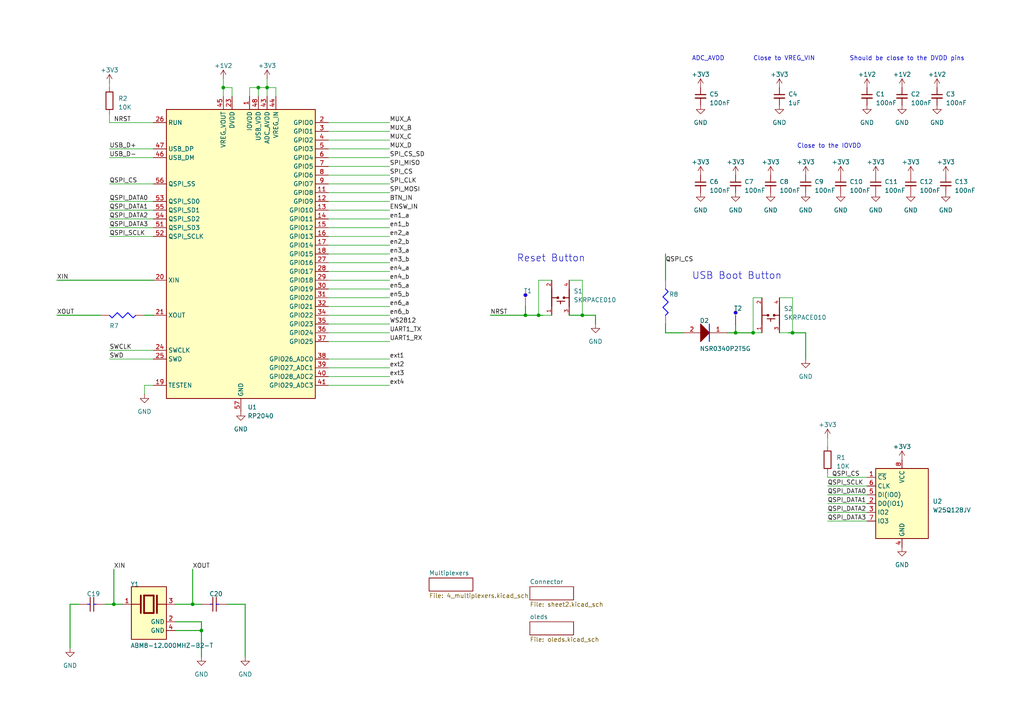
<source format=kicad_sch>
(kicad_sch (version 20230121) (generator eeschema)
  (paper "A4")
  (lib_symbols
    (symbol "Device:C_Small" (pin_numbers hide) (pin_names (offset 0.254) hide)
      (property "Reference" "C" (at 0.254 1.778 0))
      (property "Value" "C_Small" (at 0.254 -2.032 0))
      (symbol "C_Small_0_1"
        (polyline (pts (xy -1.524 -0.508) (xy 1.524 -0.508)) (stroke (width 0.3302)))
        (polyline (pts (xy -1.524 0.508) (xy 1.524 0.508)) (stroke (width 0.3048)))
      )
      (symbol "C_Small_1_1"
        (pin passive line (at 0 2.54 270) (length 2.032) (name "~") (number "1"))
        (pin passive line (at 0 -2.54 90) (length 2.032) (name "~") (number "2"))
      )
    )
    (symbol "Device:R" (pin_numbers hide) (pin_names (offset 0))
      (property "Reference" "R" (at 2.032 0 90))
      (property "Value" "R" (at 0 0 90))
      (symbol "R_0_1"
        (rectangle (start -1.016 -2.54) (end 1.016 2.54) (stroke (width 0.254)))
      )
      (symbol "R_1_1"
        (pin passive line (at 0 3.81 270) (length 1.27) (name "~") (number "1"))
        (pin passive line (at 0 -3.81 90) (length 1.27) (name "~") (number "2"))
      )
    )
    (symbol "MCU_RaspberryPi:RP2040"
      (property "Reference" "U" (at 17.78 45.72 0))
      (property "Value" "RP2040" (at 17.78 43.18 0))
      (symbol "RP2040_0_1"
        (rectangle (start -21.59 41.91) (end 21.59 -41.91) (stroke (width 0.254)) (fill (type background)))
      )
      (symbol "RP2040_1_1"
        (pin power_in line (at 2.54 45.72 270) (length 3.81) (name "IOVDD") (number "1"))
        (pin passive line (at 2.54 45.72 270) (length 3.81) hide (name "IOVDD") (number "10"))
        (pin bidirectional line (at 25.4 17.78 180) (length 3.81) (name "GPIO8") (number "11"))
        (pin bidirectional line (at 25.4 15.24 180) (length 3.81) (name "GPIO9") (number "12"))
        (pin bidirectional line (at 25.4 12.7 180) (length 3.81) (name "GPIO10") (number "13"))
        (pin bidirectional line (at 25.4 10.16 180) (length 3.81) (name "GPIO11") (number "14"))
        (pin bidirectional line (at 25.4 7.62 180) (length 3.81) (name "GPIO12") (number "15"))
        (pin bidirectional line (at 25.4 5.08 180) (length 3.81) (name "GPIO13") (number "16"))
        (pin bidirectional line (at 25.4 2.54 180) (length 3.81) (name "GPIO14") (number "17"))
        (pin bidirectional line (at 25.4 0 180) (length 3.81) (name "GPIO15") (number "18"))
        (pin input line (at -25.4 -38.1 0) (length 3.81) (name "TESTEN") (number "19"))
        (pin bidirectional line (at 25.4 38.1 180) (length 3.81) (name "GPIO0") (number "2"))
        (pin input line (at -25.4 -7.62 0) (length 3.81) (name "XIN") (number "20"))
        (pin passive line (at -25.4 -17.78 0) (length 3.81) (name "XOUT") (number "21"))
        (pin passive line (at 2.54 45.72 270) (length 3.81) hide (name "IOVDD") (number "22"))
        (pin power_in line (at -2.54 45.72 270) (length 3.81) (name "DVDD") (number "23"))
        (pin input line (at -25.4 -27.94 0) (length 3.81) (name "SWCLK") (number "24"))
        (pin bidirectional line (at -25.4 -30.48 0) (length 3.81) (name "SWD") (number "25"))
        (pin input line (at -25.4 38.1 0) (length 3.81) (name "RUN") (number "26"))
        (pin bidirectional line (at 25.4 -2.54 180) (length 3.81) (name "GPIO16") (number "27"))
        (pin bidirectional line (at 25.4 -5.08 180) (length 3.81) (name "GPIO17") (number "28"))
        (pin bidirectional line (at 25.4 -7.62 180) (length 3.81) (name "GPIO18") (number "29"))
        (pin bidirectional line (at 25.4 35.56 180) (length 3.81) (name "GPIO1") (number "3"))
        (pin bidirectional line (at 25.4 -10.16 180) (length 3.81) (name "GPIO19") (number "30"))
        (pin bidirectional line (at 25.4 -12.7 180) (length 3.81) (name "GPIO20") (number "31"))
        (pin bidirectional line (at 25.4 -15.24 180) (length 3.81) (name "GPIO21") (number "32"))
        (pin passive line (at 2.54 45.72 270) (length 3.81) hide (name "IOVDD") (number "33"))
        (pin bidirectional line (at 25.4 -17.78 180) (length 3.81) (name "GPIO22") (number "34"))
        (pin bidirectional line (at 25.4 -20.32 180) (length 3.81) (name "GPIO23") (number "35"))
        (pin bidirectional line (at 25.4 -22.86 180) (length 3.81) (name "GPIO24") (number "36"))
        (pin bidirectional line (at 25.4 -25.4 180) (length 3.81) (name "GPIO25") (number "37"))
        (pin bidirectional line (at 25.4 -30.48 180) (length 3.81) (name "GPIO26_ADC0") (number "38"))
        (pin bidirectional line (at 25.4 -33.02 180) (length 3.81) (name "GPIO27_ADC1") (number "39"))
        (pin bidirectional line (at 25.4 33.02 180) (length 3.81) (name "GPIO2") (number "4"))
        (pin bidirectional line (at 25.4 -35.56 180) (length 3.81) (name "GPIO28_ADC2") (number "40"))
        (pin bidirectional line (at 25.4 -38.1 180) (length 3.81) (name "GPIO29_ADC3") (number "41"))
        (pin passive line (at 2.54 45.72 270) (length 3.81) hide (name "IOVDD") (number "42"))
        (pin power_in line (at 7.62 45.72 270) (length 3.81) (name "ADC_AVDD") (number "43"))
        (pin power_in line (at 10.16 45.72 270) (length 3.81) (name "VREG_IN") (number "44"))
        (pin power_out line (at -5.08 45.72 270) (length 3.81) (name "VREG_VOUT") (number "45"))
        (pin bidirectional line (at -25.4 27.94 0) (length 3.81) (name "USB_DM") (number "46"))
        (pin bidirectional line (at -25.4 30.48 0) (length 3.81) (name "USB_DP") (number "47"))
        (pin power_in line (at 5.08 45.72 270) (length 3.81) (name "USB_VDD") (number "48"))
        (pin passive line (at 2.54 45.72 270) (length 3.81) hide (name "IOVDD") (number "49"))
        (pin bidirectional line (at 25.4 30.48 180) (length 3.81) (name "GPIO3") (number "5"))
        (pin passive line (at -2.54 45.72 270) (length 3.81) hide (name "DVDD") (number "50"))
        (pin bidirectional line (at -25.4 7.62 0) (length 3.81) (name "QSPI_SD3") (number "51"))
        (pin output line (at -25.4 5.08 0) (length 3.81) (name "QSPI_SCLK") (number "52"))
        (pin bidirectional line (at -25.4 15.24 0) (length 3.81) (name "QSPI_SD0") (number "53"))
        (pin bidirectional line (at -25.4 10.16 0) (length 3.81) (name "QSPI_SD2") (number "54"))
        (pin bidirectional line (at -25.4 12.7 0) (length 3.81) (name "QSPI_SD1") (number "55"))
        (pin bidirectional line (at -25.4 20.32 0) (length 3.81) (name "QSPI_SS") (number "56"))
        (pin power_in line (at 0 -45.72 90) (length 3.81) (name "GND") (number "57"))
        (pin bidirectional line (at 25.4 27.94 180) (length 3.81) (name "GPIO4") (number "6"))
        (pin bidirectional line (at 25.4 25.4 180) (length 3.81) (name "GPIO5") (number "7"))
        (pin bidirectional line (at 25.4 22.86 180) (length 3.81) (name "GPIO6") (number "8"))
        (pin bidirectional line (at 25.4 20.32 180) (length 3.81) (name "GPIO7") (number "9"))
      )
    )
    (symbol "Memory_Flash:W25Q32JVSS"
      (property "Reference" "U" (at -6.35 11.43 0))
      (property "Value" "W25Q32JVSS" (at 7.62 11.43 0))
      (symbol "W25Q32JVSS_0_1"
        (rectangle (start -7.62 10.16) (end 7.62 -10.16) (stroke (width 0.254)) (fill (type background)))
      )
      (symbol "W25Q32JVSS_1_1"
        (pin input line (at -10.16 7.62 0) (length 2.54) (name "~{CS}") (number "1"))
        (pin bidirectional line (at -10.16 0 0) (length 2.54) (name "DO(IO1)") (number "2"))
        (pin bidirectional line (at -10.16 -2.54 0) (length 2.54) (name "IO2") (number "3"))
        (pin power_in line (at 0 -12.7 90) (length 2.54) (name "GND") (number "4"))
        (pin bidirectional line (at -10.16 2.54 0) (length 2.54) (name "DI(IO0)") (number "5"))
        (pin input line (at -10.16 5.08 0) (length 2.54) (name "CLK") (number "6"))
        (pin bidirectional line (at -10.16 -5.08 0) (length 2.54) (name "IO3") (number "7"))
        (pin power_in line (at 0 12.7 270) (length 2.54) (name "VCC") (number "8"))
      )
    )
    (symbol "SKRPACE010:SKRPACE010" (pin_names (offset 1.016))
      (property "Reference" "S" (at -2.5431 5.0863 0))
      (property "Value" "SKRPACE010" (at -2.5442 -5.0884 0))
      (property "LCSC" "C139797" (at 0 0 0))
      (symbol "SKRPACE010_0_0"
        (circle (center 0 -1.016) (radius 0.254) (stroke (width 0.254)))
        (polyline (pts (xy -5.08 2.54) (xy 5.08 2.54)) (stroke (width 0.254)))
        (polyline (pts (xy -2.54 -2.54) (xy 0 -2.54)) (stroke (width 0.254)))
        (polyline (pts (xy -2.54 2.54) (xy 0 2.54)) (stroke (width 0.254)))
        (polyline (pts (xy -1.016 0) (xy -1.778 0)) (stroke (width 0.254)))
        (polyline (pts (xy -1.016 0) (xy -1.016 -1.27)) (stroke (width 0.254)))
        (polyline (pts (xy -1.016 1.016) (xy -1.016 0)) (stroke (width 0.254)))
        (polyline (pts (xy 0 -2.54) (xy 2.54 -2.54)) (stroke (width 0.254)))
        (polyline (pts (xy 0 -1.016) (xy 0 -2.54)) (stroke (width 0.254)))
        (polyline (pts (xy 0 0.762) (xy 0 2.54)) (stroke (width 0.254)))
        (polyline (pts (xy 0 2.54) (xy 2.54 2.54)) (stroke (width 0.254)))
        (polyline (pts (xy 5.08 -2.54) (xy -5.08 -2.54)) (stroke (width 0.254)))
        (circle (center 0 0.762) (radius 0.254) (stroke (width 0.254)))
        (pin bidirectional line (at -5.08 2.54 0) (length 2.54) (name "~") (number "1"))
        (pin bidirectional line (at 5.08 2.54 180) (length 2.54) (name "~") (number "2"))
        (pin bidirectional line (at -5.08 -2.54 0) (length 2.54) (name "~") (number "3"))
        (pin bidirectional line (at 5.08 -2.54 180) (length 2.54) (name "~") (number "4"))
      )
    )
    (symbol "Sara-Export-altium-import:root_0_ABM8-12.000MHZ-B2-T"
      (symbol "root_0_ABM8-12.000MHZ-B2-T_1_0"
        (polyline (pts (xy -5.08 0) (xy -2.54 0)) (stroke (width 0.254)))
        (polyline (pts (xy -2.337 2.54) (xy -2.337 -2.54)) (stroke (width 0.508)))
        (polyline (pts (xy -1.397 2.54) (xy -1.397 -2.54)) (stroke (width 0.508)))
        (polyline (pts (xy -1.397 2.54) (xy 1.397 2.54)) (stroke (width 0.508)))
        (polyline (pts (xy 1.397 -2.54) (xy -1.397 -2.54)) (stroke (width 0.508)))
        (polyline (pts (xy 1.397 2.54) (xy 1.397 -2.54)) (stroke (width 0.508)))
        (polyline (pts (xy 2.337 2.54) (xy 2.337 -2.54)) (stroke (width 0.508)))
        (polyline (pts (xy 2.54 0) (xy 5.08 0)) (stroke (width 0.254)))
        (rectangle (start 5.08 5.08) (end -5.08 -10.16) (stroke (width 0.254)) (fill (type background)))
        (pin passive line (at -7.62 0 0) (length 2.54) (name "1") (number "1"))
        (pin power_in line (at 7.62 -5.08 180) (length 2.54) (name "GND") (number "2"))
        (pin passive line (at 7.62 0 180) (length 2.54) (name "2") (number "3"))
        (pin power_in line (at 7.62 -7.62 180) (length 2.54) (name "GND") (number "4"))
      )
    )
    (symbol "Sara-Export-altium-import:root_0_ONSC-D-K1A2-2"
      (symbol "root_0_ONSC-D-K1A2-2_1_0"
        (polyline (pts (xy 2.54 0) (xy 2.54 -5.08)) (stroke (width 0.254) (color 0 0 255 1)))
        (polyline (pts (xy 0 -5.08) (xy 2.54 -2.54) (xy 0 0) (xy 0 -5.08)) (stroke (width 0.254)) (fill (type outline)))
        (pin passive line (at 7.62 -2.54 180) (length 5.08) (name "K") (number "1"))
        (pin passive line (at -5.08 -2.54 0) (length 5.08) (name "A") (number "2"))
      )
    )
    (symbol "Sara-Export-altium-import:root_1_CMP-0484-00002-1"
      (symbol "root_1_CMP-0484-00002-1_1_0"
        (circle (center 0 3.302) (radius 0.508) (stroke (width 0.0001)) (fill (type color) (color 0 0 255 1)))
        (pin input line (at 0 0 90) (length 2.54) (name "1") (number "1"))
      )
    )
    (symbol "Sara-Export-altium-import:root_2_Cap Semi"
      (symbol "root_2_Cap Semi_1_0"
        (polyline (pts (xy -2.54 2.54) (xy -1.778 2.54)) (stroke (width 0.254) (color 0 0 255 1)))
        (polyline (pts (xy -1.778 0.508) (xy -1.778 4.572)) (stroke (width 0.254)))
        (polyline (pts (xy -0.762 4.572) (xy -0.762 0.508)) (stroke (width 0.254)))
        (polyline (pts (xy 0 2.54) (xy -0.762 2.54)) (stroke (width 0.254) (color 0 0 255 1)))
        (pin passive line (at 2.54 2.54 180) (length 2.54) (name "1") (number "1"))
        (pin passive line (at -5.08 2.54 0) (length 2.54) (name "2") (number "2"))
      )
    )
    (symbol "Sara-Export-altium-import:root_2_Res3"
      (symbol "root_2_Res3_1_0"
        (polyline (pts (xy -7.62 2.54) (xy -6.858 1.778) (xy -5.334 3.302) (xy -3.81 1.778) (xy -2.286 3.302) (xy -0.762 1.778) (xy 0 2.54)) (stroke (width 0.254) (color 0 0 255 1)))
        (pin passive line (at 2.54 2.54 180) (length 2.54) (name "1") (number "1"))
        (pin passive line (at -10.16 2.54 0) (length 2.54) (name "2") (number "2"))
      )
    )
    (symbol "Sara-Export-altium-import:root_3_Res3"
      (symbol "root_3_Res3_1_0"
        (polyline (pts (xy -2.54 -7.62) (xy -1.778 -6.858) (xy -3.302 -5.334) (xy -1.778 -3.81) (xy -3.302 -2.286) (xy -1.778 -0.762) (xy -2.54 0)) (stroke (width 0.254) (color 0 0 255 1)))
        (pin passive line (at -2.54 2.54 270) (length 2.54) (name "1") (number "1"))
        (pin passive line (at -2.54 -10.16 90) (length 2.54) (name "2") (number "2"))
      )
    )
    (symbol "power:+1V2" (power) (pin_names (offset 0))
      (property "Value" "+1V2" (at 0 3.556 0))
      (symbol "+1V2_0_1"
        (polyline (pts (xy -0.762 1.27) (xy 0 2.54)))
        (polyline (pts (xy 0 0) (xy 0 2.54)))
        (polyline (pts (xy 0 2.54) (xy 0.762 1.27)))
      )
      (symbol "+1V2_1_1"
        (pin power_in line (at 0 0 90) (length 0) hide (name "+1V2") (number "1"))
      )
    )
    (symbol "power:+3V3" (power) (pin_names (offset 0))
      (property "Value" "+3V3" (at 0 3.556 0))
      (symbol "+3V3_0_1"
        (polyline (pts (xy -0.762 1.27) (xy 0 2.54)))
        (polyline (pts (xy 0 0) (xy 0 2.54)))
        (polyline (pts (xy 0 2.54) (xy 0.762 1.27)))
      )
      (symbol "+3V3_1_1"
        (pin power_in line (at 0 0 90) (length 0) hide (name "+3V3") (number "1"))
      )
    )
    (symbol "power:GND" (power) (pin_names (offset 0))
      (property "Value" "GND" (at 0 -3.81 0))
      (symbol "GND_0_1"
        (polyline (pts (xy 0 0) (xy 0 -1.27) (xy 1.27 -1.27) (xy 0 -2.54) (xy -1.27 -1.27) (xy 0 -1.27)))
      )
      (symbol "GND_1_1"
        (pin power_in line (at 0 0 270) (length 0) hide (name "GND") (number "1"))
      )
    )
  )
  (junction (at 213.36 96.52))
  (junction (at 74.93 25.4))
  (junction (at 152.4 91.44))
  (junction (at 58.42 182.88))
  (junction (at 156.21 91.44))
  (junction (at 229.87 96.52))
  (junction (at 77.47 25.4))
  (junction (at 64.77 25.4))
  (junction (at 33.02 175.26))
  (junction (at 218.44 96.52))
  (junction (at 168.91 91.44))
  (junction (at 55.88 175.26))
  (wire (pts (xy 31.75 63.5) (xy 44.45 63.5)))
  (wire (pts (xy 77.47 25.4) (xy 77.47 27.94)))
  (wire (pts (xy 218.44 86.36) (xy 218.44 96.52)))
  (wire (pts (xy 71.12 175.26) (xy 71.12 190.5)) (stroke (width 0.254)))
  (wire (pts (xy 228.6 96.52) (xy 229.87 96.52)) (stroke (width 0.254)))
  (wire (pts (xy 233.68 96.52) (xy 233.68 104.14)) (stroke (width 0.254)))
  (wire (pts (xy 160.02 81.28) (xy 156.21 81.28)))
  (wire (pts (xy 31.75 58.42) (xy 44.45 58.42)))
  (wire (pts (xy 95.25 45.72) (xy 113.03 45.72)))
  (wire (pts (xy 226.06 96.52) (xy 228.6 96.52)))
  (wire (pts (xy 72.39 25.4) (xy 74.93 25.4)))
  (wire (pts (xy 55.88 175.26) (xy 58.42 175.26)) (stroke (width 0.254)))
  (wire (pts (xy 30.48 175.26) (xy 33.02 175.26)) (stroke (width 0.254)))
  (wire (pts (xy 168.91 81.28) (xy 168.91 91.44)))
  (wire (pts (xy 31.75 101.6) (xy 44.45 101.6)))
  (wire (pts (xy 193.04 96.52) (xy 198.12 96.52)) (stroke (width 0.254)))
  (wire (pts (xy 193.04 81.28) (xy 193.04 73.66)) (stroke (width 0.254)))
  (wire (pts (xy 33.02 175.26) (xy 35.56 175.26)) (stroke (width 0.254)))
  (wire (pts (xy 95.25 71.12) (xy 113.03 71.12)))
  (wire (pts (xy 95.25 93.98) (xy 113.03 93.98)))
  (wire (pts (xy 95.25 99.06) (xy 113.03 99.06)))
  (wire (pts (xy 95.25 83.82) (xy 113.03 83.82)))
  (wire (pts (xy 58.42 190.5) (xy 58.42 182.88)) (stroke (width 0.254)))
  (wire (pts (xy 152.4 88.9) (xy 152.4 91.44)) (stroke (width 0.254)))
  (wire (pts (xy 95.25 104.14) (xy 113.03 104.14)))
  (wire (pts (xy 31.75 104.14) (xy 44.45 104.14)))
  (wire (pts (xy 50.8 180.34) (xy 58.42 180.34)) (stroke (width 0.254)))
  (wire (pts (xy 95.25 73.66) (xy 113.03 73.66)))
  (wire (pts (xy 213.36 96.52) (xy 213.36 93.98)) (stroke (width 0.254)))
  (wire (pts (xy 16.51 81.28) (xy 44.45 81.28)) (stroke (width 0.254)))
  (wire (pts (xy 50.8 175.26) (xy 55.88 175.26)) (stroke (width 0.254)))
  (wire (pts (xy 95.25 91.44) (xy 113.03 91.44)))
  (wire (pts (xy 64.77 22.86) (xy 64.77 25.4)))
  (wire (pts (xy 74.93 25.4) (xy 77.47 25.4)))
  (wire (pts (xy 240.03 137.16) (xy 240.03 138.43)))
  (wire (pts (xy 220.98 86.36) (xy 218.44 86.36)))
  (wire (pts (xy 240.03 143.51) (xy 251.46 143.51)))
  (wire (pts (xy 226.06 86.36) (xy 229.87 86.36)))
  (wire (pts (xy 240.03 148.59) (xy 251.46 148.59)))
  (wire (pts (xy 95.25 48.26) (xy 113.03 48.26)))
  (wire (pts (xy 95.25 55.88) (xy 113.03 55.88)))
  (wire (pts (xy 95.25 43.18) (xy 113.03 43.18)))
  (wire (pts (xy 41.91 111.76) (xy 41.91 114.3)))
  (wire (pts (xy 41.91 111.76) (xy 44.45 111.76)))
  (wire (pts (xy 31.75 53.34) (xy 44.45 53.34)))
  (wire (pts (xy 251.46 138.43) (xy 240.03 138.43)))
  (wire (pts (xy 95.25 111.76) (xy 113.03 111.76)))
  (wire (pts (xy 240.03 140.97) (xy 251.46 140.97)))
  (wire (pts (xy 58.42 180.34) (xy 58.42 182.88)) (stroke (width 0.254)))
  (wire (pts (xy 95.25 88.9) (xy 113.03 88.9)))
  (wire (pts (xy 95.25 60.96) (xy 113.03 60.96)))
  (wire (pts (xy 193.04 93.98) (xy 193.04 96.52)) (stroke (width 0.254)))
  (wire (pts (xy 95.25 63.5) (xy 113.03 63.5)))
  (wire (pts (xy 95.25 76.2) (xy 113.03 76.2)))
  (wire (pts (xy 33.02 175.26) (xy 33.02 165.1)) (stroke (width 0.254)))
  (wire (pts (xy 95.25 40.64) (xy 113.03 40.64)))
  (wire (pts (xy 31.75 60.96) (xy 44.45 60.96)))
  (wire (pts (xy 31.75 66.04) (xy 44.45 66.04)))
  (wire (pts (xy 20.32 175.26) (xy 20.32 187.96)) (stroke (width 0.254)))
  (wire (pts (xy 67.31 25.4) (xy 67.31 27.94)))
  (wire (pts (xy 240.03 151.13) (xy 251.46 151.13)))
  (wire (pts (xy 95.25 66.04) (xy 113.03 66.04)))
  (wire (pts (xy 29.21 91.44) (xy 16.51 91.44)) (stroke (width 0.254)))
  (wire (pts (xy 77.47 22.86) (xy 77.47 25.4)))
  (wire (pts (xy 229.87 96.52) (xy 233.68 96.52)) (stroke (width 0.254)))
  (wire (pts (xy 31.75 68.58) (xy 44.45 68.58)))
  (wire (pts (xy 31.75 24.13) (xy 31.75 25.4)))
  (wire (pts (xy 210.82 96.52) (xy 213.36 96.52)) (stroke (width 0.254)))
  (wire (pts (xy 95.25 96.52) (xy 113.03 96.52)))
  (wire (pts (xy 95.25 53.34) (xy 113.03 53.34)))
  (wire (pts (xy 31.75 33.02) (xy 31.75 35.56)))
  (wire (pts (xy 157.48 91.44) (xy 160.02 91.44)))
  (wire (pts (xy 168.91 91.44) (xy 172.72 91.44)) (stroke (width 0.254)))
  (wire (pts (xy 31.75 43.18) (xy 44.45 43.18)))
  (wire (pts (xy 95.25 86.36) (xy 113.03 86.36)))
  (wire (pts (xy 165.1 81.28) (xy 168.91 81.28)))
  (wire (pts (xy 152.4 91.44) (xy 142.24 91.44)) (stroke (width 0.254)))
  (wire (pts (xy 74.93 25.4) (xy 74.93 27.94)))
  (wire (pts (xy 95.25 106.68) (xy 113.03 106.68)))
  (wire (pts (xy 58.42 182.88) (xy 50.8 182.88)) (stroke (width 0.254)))
  (wire (pts (xy 22.86 175.26) (xy 20.32 175.26)) (stroke (width 0.254)))
  (wire (pts (xy 240.03 127) (xy 240.03 129.54)))
  (wire (pts (xy 165.1 91.44) (xy 168.91 91.44)) (stroke (width 0.254)))
  (wire (pts (xy 64.77 25.4) (xy 67.31 25.4)))
  (wire (pts (xy 218.44 96.52) (xy 220.98 96.52)))
  (wire (pts (xy 152.4 91.44) (xy 156.21 91.44)) (stroke (width 0.254)))
  (wire (pts (xy 229.87 86.36) (xy 229.87 96.52)))
  (wire (pts (xy 240.03 146.05) (xy 251.46 146.05)))
  (wire (pts (xy 172.72 93.98) (xy 172.72 91.44)) (stroke (width 0.254)))
  (wire (pts (xy 66.04 175.26) (xy 71.12 175.26)) (stroke (width 0.254)))
  (wire (pts (xy 95.25 58.42) (xy 113.03 58.42)))
  (wire (pts (xy 31.75 45.72) (xy 44.45 45.72)))
  (wire (pts (xy 80.01 25.4) (xy 80.01 27.94)))
  (wire (pts (xy 77.47 25.4) (xy 80.01 25.4)))
  (wire (pts (xy 156.21 91.44) (xy 157.48 91.44)) (stroke (width 0.254)))
  (wire (pts (xy 218.44 96.52) (xy 213.36 96.52)) (stroke (width 0.254)))
  (wire (pts (xy 72.39 27.94) (xy 72.39 25.4)))
  (wire (pts (xy 95.25 38.1) (xy 113.03 38.1)))
  (wire (pts (xy 95.25 68.58) (xy 113.03 68.58)))
  (wire (pts (xy 95.25 109.22) (xy 113.03 109.22)))
  (wire (pts (xy 64.77 25.4) (xy 64.77 27.94)))
  (wire (pts (xy 95.25 81.28) (xy 113.03 81.28)))
  (wire (pts (xy 95.25 50.8) (xy 113.03 50.8)))
  (wire (pts (xy 156.21 81.28) (xy 156.21 91.44)))
  (wire (pts (xy 44.45 35.56) (xy 31.75 35.56)))
  (wire (pts (xy 95.25 78.74) (xy 113.03 78.74)))
  (wire (pts (xy 44.45 91.44) (xy 41.91 91.44)) (stroke (width 0.254)))
  (wire (pts (xy 95.25 35.56) (xy 113.03 35.56)))
  (wire (pts (xy 55.88 175.26) (xy 55.88 165.1)) (stroke (width 0.254)))
  (text "ADC_AVDD" (at 200.66 17.78 0) (effects (font (size 1.27 1.27)) (justify left bottom)))
  (text "Close to VREG_VIN" (at 218.44 17.78 0) (effects (font (size 1.27 1.27)) (justify left bottom)))
  (text "Should be close to the DVDD pins" (at 246.38 17.78 0) (effects (font (size 1.27 1.27)) (justify left bottom)))
  (text "USB Boot Button" (at 200.66 81.28 0) (effects (font (size 2.032 2.032)) (justify left bottom)))
  (text "Close to the IOVDD" (at 231.14 43.18 0) (effects (font (size 1.27 1.27)) (justify left bottom)))
  (text "Reset Button" (at 149.86 76.2 0) (effects (font (size 2.032 2.032)) (justify left bottom)))
  (label "USB_D+" (at 31.75 43.18 0))
  (label "ENSW_IN" (at 113.03 60.96 0))
  (label "XIN" (at 33.02 165.1 0))
  (label "en4_b" (at 113.03 81.28 0))
  (label "ext2" (at 113.03 106.68 0))
  (label "SWCLK" (at 31.75 101.6 0))
  (label "MUX_D" (at 113.03 43.18 0))
  (label "ext4" (at 113.03 111.76 0))
  (label "SPI_MOSI" (at 113.03 55.88 0))
  (label "en6_a" (at 113.03 88.9 0))
  (label "en3_a" (at 113.03 73.66 0))
  (label "SPI_CS_SD" (at 113.03 45.72 0))
  (label "QSPI_DATA2" (at 240.03 148.59 0))
  (label "MUX_C" (at 113.03 40.64 0))
  (label "QSPI_DATA3" (at 31.75 66.04 0))
  (label "UART1_RX" (at 113.03 99.06 0))
  (label "ext3" (at 113.03 109.22 0))
  (label "MUX_A" (at 113.03 35.56 0))
  (label "QSPI_DATA1" (at 240.03 146.05 0))
  (label "ext1" (at 113.03 104.14 0))
  (label "SPI_CLK" (at 113.03 53.34 0))
  (label "NRST" (at 33.02 35.56 0))
  (label "en2_b" (at 113.03 71.12 0))
  (label "QSPI_DATA0" (at 31.75 58.42 0))
  (label "QSPI_SCLK" (at 240.03 140.97 0))
  (label "en6_b" (at 113.03 91.44 0))
  (label "WS2812" (at 113.03 93.98 0))
  (label "en5_a" (at 113.03 83.82 0))
  (label "USB_D-" (at 31.75 45.72 0))
  (label "en1_b" (at 113.03 66.04 0))
  (label "en5_b" (at 113.03 86.36 0))
  (label "en4_a" (at 113.03 78.74 0))
  (label "MUX_B" (at 113.03 38.1 0))
  (label "XIN" (at 16.51 81.28 0))
  (label "QSPI_DATA2" (at 31.75 63.5 0))
  (label "QSPI_SCLK" (at 31.75 68.58 0))
  (label "QSPI_DATA3" (at 240.03 151.13 0))
  (label "BTN_IN" (at 113.03 58.42 0))
  (label "UART1_TX" (at 113.03 96.52 0))
  (label "QSPI_CS" (at 31.75 53.34 0))
  (label "NRST" (at 142.24 91.44 0))
  (label "en3_b" (at 113.03 76.2 0))
  (label "QSPI_DATA0" (at 240.03 143.51 0))
  (label "SWD" (at 31.75 104.14 0))
  (label "en2_a" (at 113.03 68.58 0))
  (label "QSPI_CS" (at 241.3 138.43 0))
  (label "en1_a" (at 113.03 63.5 0))
  (label "QSPI_DATA1" (at 31.75 60.96 0))
  (label "SPI_MISO" (at 113.03 48.26 0))
  (label "XOUT" (at 16.51 91.44 0))
  (label "SPI_CS" (at 113.03 50.8 0))
  (label "XOUT" (at 55.88 165.1 0))
  (label "QSPI_CS" (at 193.04 76.2 0))
  (symbol (lib_id "power:+3V3") (at 233.68 50.8 0) (unit 1)
    (property "Reference" "#PWR019" (effects hide))
    (property "Value" "+3V3" (at 233.68 46.99 0))
  )
  (symbol (lib_id "power:GND") (at 254 55.88 0) (unit 1)
    (property "Reference" "#PWR022" (effects hide))
    (property "Value" "GND" (at 254 60.96 0))
  )
  (symbol (lib_id "power:GND") (at 71.12 190.5 0) (unit 1)
    (property "Reference" "#PWR055" (effects hide))
    (property "Value" "GND" (at 71.12 195.58 0))
  )
  (symbol (lib_id "power:+3V3") (at 274.32 50.8 0) (unit 1)
    (property "Reference" "#PWR025" (effects hide))
    (property "Value" "+3V3" (at 274.32 46.99 0))
  )
  (symbol (lib_id "Memory_Flash:W25Q32JVSS") (at 261.62 146.05 0) (unit 1)
    (property "Reference" "U2" (at 270.51 145.415 0) (effects (justify left)))
    (property "Value" "W25Q128JV" (at 270.51 147.955 0) (effects (justify left)))
    (property "Footprint" "Package_SO:SOIC-8_5.23x5.23mm_P1.27mm" (effects hide))
    (property "Datasheet" "https://datasheet.lcsc.com/lcsc/1811142111_Winbond-Elec-W25Q128JVSIQ_C97521.pdf" (effects hide))
    (property "LCSC" "C179173" (effects hide))
  )
  (symbol (lib_id "Device:R") (at 240.03 133.35 0) (unit 1)
    (property "Reference" "R1" (at 242.57 132.715 0) (effects (justify left)))
    (property "Value" "10K" (at 242.57 135.255 0) (effects (justify left)))
    (property "Footprint" "Resistor_SMD:R_0402_1005Metric_Pad0.72x0.64mm_HandSolder" (effects hide))
    (property "LCSC" "C144807" (effects hide))
  )
  (symbol (lib_id "power:GND") (at 251.46 30.48 0) (unit 1)
    (property "Reference" "#PWR04" (effects hide))
    (property "Value" "GND" (at 251.46 35.56 0))
  )
  (symbol (lib_id "power:GND") (at 274.32 55.88 0) (unit 1)
    (property "Reference" "#PWR026" (effects hide))
    (property "Value" "GND" (at 274.32 60.96 0))
  )
  (symbol (lib_id "power:GND") (at 226.06 30.48 0) (unit 1)
    (property "Reference" "#PWR08" (effects hide))
    (property "Value" "GND" (at 226.06 35.56 0))
  )
  (symbol (lib_id "power:GND") (at 69.85 119.38 0) (unit 1)
    (property "Reference" "#PWR027" (effects hide))
    (property "Value" "GND" (at 69.85 124.46 0))
  )
  (symbol (lib_id "Sara-Export-altium-import:root_3_Res3") (at 195.58 83.82 0) (unit 1)
    (property "Reference" "R8" (at 194.056 86.106 0) (effects (justify left bottom)))
    (property "Value" "10K" (effects hide))
    (property "Footprint" "Resistor_SMD:R_0402_1005Metric_Pad0.72x0.64mm_HandSolder" (effects hide))
    (property "Datasheet" "https://datasheet.lcsc.com/lcsc/2304140030_YAGEO-AC0402FR-0710KL_C144807.pdf" (effects hide))
    (property "LCSC" "C144807" (effects hide))
  )
  (symbol (lib_id "power:GND") (at 203.2 30.48 0) (unit 1)
    (property "Reference" "#PWR09" (effects hide))
    (property "Value" "GND" (at 203.2 35.56 0))
  )
  (symbol (lib_id "power:GND") (at 264.16 55.88 0) (unit 1)
    (property "Reference" "#PWR024" (effects hide))
    (property "Value" "GND" (at 264.16 60.96 0))
  )
  (symbol (lib_id "power:GND") (at 233.68 55.88 0) (unit 1)
    (property "Reference" "#PWR013" (effects hide))
    (property "Value" "GND" (at 233.68 60.96 0))
  )
  (symbol (lib_id "Sara-Export-altium-import:root_0_ABM8-12.000MHZ-B2-T") (at 43.18 175.26 0) (unit 1)
    (property "Reference" "Y1" (at 37.846 170.18 0) (effects (justify left bottom)))
    (property "Value" "ABM8-12.000MHZ-B2-T" (at 37.846 187.96 0) (effects (justify left bottom)))
    (property "Footprint" "Crystal:Crystal_SMD_SeikoEpson_TSX3225-4Pin_3.2x2.5mm_HandSoldering" (effects hide))
    (property "Datasheet" "https://datasheet.lcsc.com/lcsc/2304140030_Yangxing-Tech-X322512MSB4SI_C9002.pdf" (effects hide))
    (property "LCSC" "C9002" (effects hide))
  )
  (symbol (lib_id "Sara-Export-altium-import:root_1_CMP-0484-00002-1") (at 213.36 93.98 0) (unit 1)
    (property "Reference" "T2" (at 212.852 90.17 0) (effects (justify left bottom)))
    (property "Value" "TP-SM-C-100" (effects hide))
    (property "Footprint" "TestPoint:TestPoint_Pad_D1.0mm" (effects hide))
    (property "Remarks" "Onboard" (effects hide))
  )
  (symbol (lib_id "power:+3V3") (at 254 50.8 0) (unit 1)
    (property "Reference" "#PWR021" (effects hide))
    (property "Value" "+3V3" (at 254 46.99 0))
  )
  (symbol (lib_id "SKRPACE010:SKRPACE010") (at 223.52 91.44 90) (unit 1)
    (property "Reference" "S2" (at 227.33 89.535 90) (effects (justify right)))
    (property "Value" "SKRPACE010" (at 227.33 92.075 90) (effects (justify right)))
    (property "Footprint" "knop:SW_SKRPACE010" (effects hide))
    (property "Datasheet" "https://datasheet.lcsc.com/lcsc/1811051610_ALPSALPINE-SKRPACE010_C139797.pdf" (effects hide))
    (property "STANDARD" "Maniufacturer Recommendations" (effects hide))
    (property "MANUFACTURER" "ALPS" (effects hide))
    (property "LCSC" "C139797" (effects hide))
  )
  (symbol (lib_id "power:+3V3") (at 264.16 50.8 0) (unit 1)
    (property "Reference" "#PWR023" (effects hide))
    (property "Value" "+3V3" (at 264.16 46.99 0))
  )
  (symbol (lib_id "Device:C_Small") (at 271.78 27.94 0) (unit 1)
    (property "Reference" "C3" (at 274.32 27.3113 0) (effects (justify left)))
    (property "Value" "100nF" (at 274.32 29.8513 0) (effects (justify left)))
    (property "Footprint" "Capacitor_SMD:C_0402_1005Metric_Pad0.74x0.62mm_HandSolder" (effects hide))
    (property "LCSC" "C1525" (effects hide))
  )
  (symbol (lib_id "Sara-Export-altium-import:root_2_Res3") (at 39.37 93.98 0) (unit 1)
    (property "Reference" "R7" (at 31.75 95.25 0) (effects (justify left bottom)))
    (property "Value" "1K" (effects hide))
    (property "Footprint" "Resistor_SMD:R_0402_1005Metric_Pad0.72x0.64mm_HandSolder" (effects hide))
    (property "Datasheet" "https://datasheet.lcsc.com/lcsc/2304140030_YAGEO-RC0402FR-071KL_C106235.pdf" (effects hide))
    (property "LCSC" "C106235" (effects hide))
  )
  (symbol (lib_id "power:GND") (at 20.32 187.96 0) (unit 1)
    (property "Reference" "#PWR053" (effects hide))
    (property "Value" "GND" (at 20.32 193.04 0))
  )
  (symbol (lib_id "Device:R") (at 31.75 29.21 0) (unit 1)
    (property "Reference" "R2" (at 34.29 28.575 0) (effects (justify left)))
    (property "Value" "10K" (at 34.29 31.115 0) (effects (justify left)))
    (property "Footprint" "Resistor_SMD:R_0402_1005Metric_Pad0.72x0.64mm_HandSolder" (effects hide))
    (property "LCSC" "C144807" (effects hide))
  )
  (symbol (lib_id "power:+1V2") (at 64.77 22.86 0) (unit 1)
    (property "Reference" "#PWR032" (effects hide))
    (property "Value" "+1V2" (at 64.77 19.05 0))
  )
  (symbol (lib_id "power:GND") (at 203.2 55.88 0) (unit 1)
    (property "Reference" "#PWR010" (effects hide))
    (property "Value" "GND" (at 203.2 60.96 0))
  )
  (symbol (lib_id "Device:C_Small") (at 251.46 27.94 0) (unit 1)
    (property "Reference" "C1" (at 254 27.3113 0) (effects (justify left)))
    (property "Value" "100nF" (at 254 29.8513 0) (effects (justify left)))
    (property "Footprint" "Capacitor_SMD:C_0402_1005Metric_Pad0.74x0.62mm_HandSolder" (effects hide))
    (property "LCSC" "C1525" (effects hide))
  )
  (symbol (lib_id "power:+3V3") (at 240.03 127 0) (unit 1)
    (property "Reference" "#PWR031" (effects hide))
    (property "Value" "+3V3" (at 240.03 123.19 0))
  )
  (symbol (lib_id "Device:C_Small") (at 233.68 53.34 0) (unit 1)
    (property "Reference" "C9" (at 236.22 52.7113 0) (effects (justify left)))
    (property "Value" "100nF" (at 236.22 55.2513 0) (effects (justify left)))
    (property "Footprint" "Capacitor_SMD:C_0402_1005Metric_Pad0.74x0.62mm_HandSolder" (effects hide))
    (property "LCSC" "C1525" (effects hide))
  )
  (symbol (lib_id "power:+3V3") (at 243.84 50.8 0) (unit 1)
    (property "Reference" "#PWR020" (effects hide))
    (property "Value" "+3V3" (at 243.84 46.99 0))
  )
  (symbol (lib_id "Sara-Export-altium-import:root_1_CMP-0484-00002-1") (at 152.4 88.9 0) (unit 1)
    (property "Reference" "T1" (at 151.892 85.09 0) (effects (justify left bottom)))
    (property "Value" "TP-SM-C-100" (effects hide))
    (property "Footprint" "TestPoint:TestPoint_Pad_D1.0mm" (effects hide))
    (property "Remarks" "Onboard" (effects hide))
  )
  (symbol (lib_id "power:GND") (at 213.36 55.88 0) (unit 1)
    (property "Reference" "#PWR011" (effects hide))
    (property "Value" "GND" (at 213.36 60.96 0))
  )
  (symbol (lib_id "power:+3V3") (at 203.2 50.8 0) (unit 1)
    (property "Reference" "#PWR016" (effects hide))
    (property "Value" "+3V3" (at 203.2 46.99 0))
  )
  (symbol (lib_id "power:+3V3") (at 213.36 50.8 0) (unit 1)
    (property "Reference" "#PWR017" (effects hide))
    (property "Value" "+3V3" (at 213.36 46.99 0))
  )
  (symbol (lib_id "Device:C_Small") (at 223.52 53.34 0) (unit 1)
    (property "Reference" "C8" (at 226.06 52.7113 0) (effects (justify left)))
    (property "Value" "100nF" (at 226.06 55.2513 0) (effects (justify left)))
    (property "Footprint" "Capacitor_SMD:C_0402_1005Metric_Pad0.74x0.62mm_HandSolder" (effects hide))
    (property "LCSC" "C1525" (effects hide))
  )
  (symbol (lib_id "Sara-Export-altium-import:root_0_ONSC-D-K1A2-2") (at 203.2 93.98 0) (unit 1)
    (property "Reference" "D2" (at 202.946 93.726 0) (effects (justify left bottom)))
    (property "Value" "NSR0340P2T5G" (at 202.946 101.854 0) (effects (justify left bottom)))
    (property "Footprint" "Diode_SMD:D_SOD-323" (effects hide))
    (property "Datasheet" "https://datasheet.lcsc.com/lcsc/1809111714_onsemi-NSR0340P2T5G_C146801.pdf" (effects hide))
    (property "LCSC" " C90392" (effects hide))
  )
  (symbol (lib_id "MCU_RaspberryPi:RP2040") (at 69.85 73.66 0) (unit 1)
    (property "Reference" "U1" (at 71.8059 118.11 0) (effects (justify left)))
    (property "Value" "RP2040" (at 71.8059 120.65 0) (effects (justify left)))
    (property "Footprint" "Package_DFN_QFN:QFN-56-1EP_7x7mm_P0.4mm_EP3.2x3.2mm" (effects hide))
    (property "Datasheet" "https://datasheets.raspberrypi.com/rp2040/rp2040-datasheet.pdf" (effects hide))
    (property "LCSC" "C2040" (effects hide))
  )
  (symbol (lib_id "power:GND") (at 261.62 30.48 0) (unit 1)
    (property "Reference" "#PWR05" (effects hide))
    (property "Value" "GND" (at 261.62 35.56 0))
  )
  (symbol (lib_id "power:GND") (at 233.68 104.14 0) (unit 1)
    (property "Reference" "#PWR057" (effects hide))
    (property "Value" "GND" (at 233.68 109.22 0))
  )
  (symbol (lib_id "power:+3V3") (at 31.75 24.13 0) (unit 1)
    (property "Reference" "#PWR034" (effects hide))
    (property "Value" "+3V3" (at 31.75 20.32 0))
  )
  (symbol (lib_id "Device:C_Small") (at 226.06 27.94 0) (unit 1)
    (property "Reference" "C4" (at 228.6 27.3113 0) (effects (justify left)))
    (property "Value" "1uF" (at 228.6 29.8513 0) (effects (justify left)))
    (property "Footprint" "Capacitor_SMD:C_0402_1005Metric_Pad0.74x0.62mm_HandSolder" (effects hide))
    (property "LCSC" "C59782" (effects hide))
  )
  (symbol (lib_id "power:+1V2") (at 251.46 25.4 0) (unit 1)
    (property "Reference" "#PWR01" (effects hide))
    (property "Value" "+1V2" (at 251.46 21.59 0))
  )
  (symbol (lib_id "power:+3V3") (at 203.2 25.4 0) (unit 1)
    (property "Reference" "#PWR015" (effects hide))
    (property "Value" "+3V3" (at 203.2 21.59 0))
  )
  (symbol (lib_id "power:GND") (at 172.72 93.98 0) (unit 1)
    (property "Reference" "#PWR056" (effects hide))
    (property "Value" "GND" (at 172.72 99.06 0))
  )
  (symbol (lib_id "power:GND") (at 261.62 158.75 0) (unit 1)
    (property "Reference" "#PWR030" (effects hide))
    (property "Value" "GND" (at 261.62 163.83 0))
  )
  (symbol (lib_id "Device:C_Small") (at 264.16 53.34 0) (unit 1)
    (property "Reference" "C12" (at 266.7 52.7113 0) (effects (justify left)))
    (property "Value" "100nF" (at 266.7 55.2513 0) (effects (justify left)))
    (property "Footprint" "Capacitor_SMD:C_0402_1005Metric_Pad0.74x0.62mm_HandSolder" (effects hide))
    (property "LCSC" "C1525" (effects hide))
  )
  (symbol (lib_id "power:GND") (at 243.84 55.88 0) (unit 1)
    (property "Reference" "#PWR014" (effects hide))
    (property "Value" "GND" (at 243.84 60.96 0))
  )
  (symbol (lib_id "Device:C_Small") (at 203.2 53.34 0) (unit 1)
    (property "Reference" "C6" (at 205.74 52.7113 0) (effects (justify left)))
    (property "Value" "100nF" (at 205.74 55.2513 0) (effects (justify left)))
    (property "Footprint" "Capacitor_SMD:C_0402_1005Metric_Pad0.74x0.62mm_HandSolder" (effects hide))
    (property "LCSC" "C1525" (effects hide))
  )
  (symbol (lib_id "power:+3V3") (at 223.52 50.8 0) (unit 1)
    (property "Reference" "#PWR018" (effects hide))
    (property "Value" "+3V3" (at 223.52 46.99 0))
  )
  (symbol (lib_id "Device:C_Small") (at 203.2 27.94 0) (unit 1)
    (property "Reference" "C5" (at 205.74 27.3113 0) (effects (justify left)))
    (property "Value" "100nF" (at 205.74 29.8513 0) (effects (justify left)))
    (property "Footprint" "Capacitor_SMD:C_0402_1005Metric_Pad0.74x0.62mm_HandSolder" (effects hide))
    (property "LCSC" "C1525" (effects hide))
  )
  (symbol (lib_id "power:GND") (at 223.52 55.88 0) (unit 1)
    (property "Reference" "#PWR012" (effects hide))
    (property "Value" "GND" (at 223.52 60.96 0))
  )
  (symbol (lib_id "SKRPACE010:SKRPACE010") (at 162.56 86.36 90) (unit 1)
    (property "Reference" "S1" (at 166.37 84.455 90) (effects (justify right)))
    (property "Value" "SKRPACE010" (at 166.37 86.995 90) (effects (justify right)))
    (property "Footprint" "knop:SW_SKRPACE010" (effects hide))
    (property "Datasheet" "https://datasheet.lcsc.com/lcsc/1811051610_ALPSALPINE-SKRPACE010_C139797.pdf" (effects hide))
    (property "STANDARD" "Maniufacturer Recommendations" (effects hide))
    (property "MANUFACTURER" "ALPS" (effects hide))
    (property "LCSC" "C139797" (effects hide))
  )
  (symbol (lib_id "Sara-Export-altium-import:root_2_Cap Semi") (at 27.94 177.8 0) (unit 1)
    (property "Reference" "C19" (at 25.146 172.974 0) (effects (justify left bottom)))
    (property "Value" "20pF" (effects hide))
    (property "Footprint" "Capacitor_SMD:C_0402_1005Metric_Pad0.74x0.62mm_HandSolder" (effects hide))
    (property "Datasheet" "https://datasheet.lcsc.com/lcsc/2304140030_YAGEO-CC0402JRNPO9BN200_C107000.pdf" (effects hide))
    (property "LCSC" "C107000" (effects hide))
  )
  (symbol (lib_id "Device:C_Small") (at 274.32 53.34 0) (unit 1)
    (property "Reference" "C13" (at 276.86 52.7113 0) (effects (justify left)))
    (property "Value" "100nF" (at 276.86 55.2513 0) (effects (justify left)))
    (property "Footprint" "Capacitor_SMD:C_0402_1005Metric_Pad0.74x0.62mm_HandSolder" (effects hide))
    (property "LCSC" "C1525" (effects hide))
  )
  (symbol (lib_id "power:GND") (at 41.91 114.3 0) (unit 1)
    (property "Reference" "#PWR028" (effects hide))
    (property "Value" "GND" (at 41.91 119.38 0))
  )
  (symbol (lib_id "power:GND") (at 58.42 190.5 0) (unit 1)
    (property "Reference" "#PWR054" (effects hide))
    (property "Value" "GND" (at 58.42 195.58 0))
  )
  (symbol (lib_id "Device:C_Small") (at 243.84 53.34 0) (unit 1)
    (property "Reference" "C10" (at 246.38 52.7113 0) (effects (justify left)))
    (property "Value" "100nF" (at 246.38 55.2513 0) (effects (justify left)))
    (property "Footprint" "Capacitor_SMD:C_0402_1005Metric_Pad0.74x0.62mm_HandSolder" (effects hide))
    (property "LCSC" "C1525" (effects hide))
  )
  (symbol (lib_id "power:+1V2") (at 261.62 25.4 0) (unit 1)
    (property "Reference" "#PWR02" (effects hide))
    (property "Value" "+1V2" (at 261.62 21.59 0))
  )
  (symbol (lib_id "power:+3V3") (at 261.62 133.35 0) (unit 1)
    (property "Reference" "#PWR029" (effects hide))
    (property "Value" "+3V3" (at 261.62 129.54 0))
  )
  (symbol (lib_id "Device:C_Small") (at 261.62 27.94 0) (unit 1)
    (property "Reference" "C2" (at 264.16 27.3113 0) (effects (justify left)))
    (property "Value" "100nF" (at 264.16 29.8513 0) (effects (justify left)))
    (property "Footprint" "Capacitor_SMD:C_0402_1005Metric_Pad0.74x0.62mm_HandSolder" (effects hide))
    (property "LCSC" "C1525" (effects hide))
  )
  (symbol (lib_id "power:+3V3") (at 226.06 25.4 0) (unit 1)
    (property "Reference" "#PWR07" (effects hide))
    (property "Value" "+3V3" (at 226.06 21.59 0))
  )
  (symbol (lib_id "power:+3V3") (at 77.47 22.86 0) (unit 1)
    (property "Reference" "#PWR033" (effects hide))
    (property "Value" "+3V3" (at 77.47 19.05 0))
  )
  (symbol (lib_id "power:+1V2") (at 271.78 25.4 0) (unit 1)
    (property "Reference" "#PWR03" (effects hide))
    (property "Value" "+1V2" (at 271.78 21.59 0))
  )
  (symbol (lib_id "power:GND") (at 271.78 30.48 0) (unit 1)
    (property "Reference" "#PWR06" (effects hide))
    (property "Value" "GND" (at 271.78 35.56 0))
  )
  (symbol (lib_id "Device:C_Small") (at 213.36 53.34 0) (unit 1)
    (property "Reference" "C7" (at 215.9 52.7113 0) (effects (justify left)))
    (property "Value" "100nF" (at 215.9 55.2513 0) (effects (justify left)))
    (property "Footprint" "Capacitor_SMD:C_0402_1005Metric_Pad0.74x0.62mm_HandSolder" (effects hide))
    (property "LCSC" "C1525" (effects hide))
  )
  (symbol (lib_id "Device:C_Small") (at 254 53.34 0) (unit 1)
    (property "Reference" "C11" (at 256.54 52.7113 0) (effects (justify left)))
    (property "Value" "100nF" (at 256.54 55.2513 0) (effects (justify left)))
    (property "Footprint" "Capacitor_SMD:C_0402_1005Metric_Pad0.74x0.62mm_HandSolder" (effects hide))
    (property "LCSC" "C1525" (effects hide))
  )
  (symbol (lib_id "Sara-Export-altium-import:root_2_Cap Semi") (at 63.5 177.8 0) (unit 1)
    (property "Reference" "C20" (at 60.706 172.974 0) (effects (justify left bottom)))
    (property "Value" "20pF" (effects hide))
    (property "Footprint" "Capacitor_SMD:C_0402_1005Metric_Pad0.74x0.62mm_HandSolder" (effects hide))
    (property "Datasheet" "https://datasheet.lcsc.com/lcsc/2304140030_YAGEO-CC0402JRNPO9BN200_C107000.pdf" (effects hide))
    (property "LCSC" "C107000" (effects hide))
  )
  (sheet (at 124.46 167.64) (size 12.7 3.81) (stroke (width 0.1524))
    (property "Sheetname" "Multiplexers" (at 124.46 166.9284 0) (effects (justify left bottom)))
    (property "Sheetfile" "4_multiplexers.kicad_sch" (at 124.46 172.0346 0) (effects (justify left top)))
  )
  (sheet (at 153.67 170.18) (size 12.7 3.81) (stroke (width 0.1524))
    (property "Sheetname" "Connector" (at 153.67 169.4684 0) (effects (justify left bottom)))
    (property "Sheetfile" "sheet2.kicad_sch" (at 153.67 174.5746 0) (effects (justify left top)))
  )
  (sheet (at 153.67 180.34) (size 12.7 3.81) (stroke (width 0.1524))
    (property "Sheetname" "oleds" (at 153.67 179.6284 0) (effects (justify left bottom)))
    (property "Sheetfile" "oleds.kicad_sch" (at 153.67 184.7346 0) (effects (justify left top)))
  )
)
</source>
